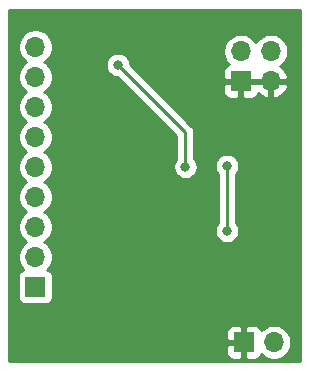
<source format=gbr>
%TF.GenerationSoftware,KiCad,Pcbnew,(5.1.6)-1*%
%TF.CreationDate,2020-09-22T22:17:54+03:00*%
%TF.ProjectId,Tape devboard,54617065-2064-4657-9662-6f6172642e6b,rev?*%
%TF.SameCoordinates,Original*%
%TF.FileFunction,Copper,L2,Bot*%
%TF.FilePolarity,Positive*%
%FSLAX46Y46*%
G04 Gerber Fmt 4.6, Leading zero omitted, Abs format (unit mm)*
G04 Created by KiCad (PCBNEW (5.1.6)-1) date 2020-09-22 22:17:54*
%MOMM*%
%LPD*%
G01*
G04 APERTURE LIST*
%TA.AperFunction,ComponentPad*%
%ADD10O,1.700000X1.700000*%
%TD*%
%TA.AperFunction,ComponentPad*%
%ADD11R,1.700000X1.700000*%
%TD*%
%TA.AperFunction,ViaPad*%
%ADD12C,0.800000*%
%TD*%
%TA.AperFunction,Conductor*%
%ADD13C,0.250000*%
%TD*%
%TA.AperFunction,Conductor*%
%ADD14C,0.254000*%
%TD*%
G04 APERTURE END LIST*
D10*
%TO.P,J3,4*%
%TO.N,+5V*%
X140843000Y-73152000D03*
%TO.P,J3,3*%
%TO.N,GND*%
X140843000Y-75692000D03*
%TO.P,J3,2*%
%TO.N,+5V*%
X138303000Y-73152000D03*
D11*
%TO.P,J3,1*%
%TO.N,GND*%
X138303000Y-75692000D03*
%TD*%
D10*
%TO.P,J2,9*%
%TO.N,/FE_RD_ENABLED*%
X120904000Y-72771000D03*
%TO.P,J2,8*%
%TO.N,/D0*%
X120904000Y-75311000D03*
%TO.P,J2,7*%
%TO.N,/D1*%
X120904000Y-77851000D03*
%TO.P,J2,6*%
%TO.N,/D2*%
X120904000Y-80391000D03*
%TO.P,J2,5*%
%TO.N,/D3*%
X120904000Y-82931000D03*
%TO.P,J2,4*%
%TO.N,/D4*%
X120904000Y-85471000D03*
%TO.P,J2,3*%
%TO.N,/D5*%
X120904000Y-88011000D03*
%TO.P,J2,2*%
%TO.N,/D6*%
X120904000Y-90551000D03*
D11*
%TO.P,J2,1*%
%TO.N,/D7*%
X120904000Y-93091000D03*
%TD*%
D10*
%TO.P,J1,2*%
%TO.N,/TAPE_IN*%
X141097000Y-97790000D03*
D11*
%TO.P,J1,1*%
%TO.N,GND*%
X138557000Y-97790000D03*
%TD*%
D12*
%TO.N,GND*%
X139687300Y-85458300D03*
X125006100Y-79095600D03*
%TO.N,+5V*%
X137127999Y-82848199D03*
X137127999Y-88359999D03*
%TO.N,/TAPE_IN_DIGIT*%
X133604000Y-82931000D03*
X127889000Y-74295000D03*
%TD*%
D13*
%TO.N,+5V*%
X137127999Y-82848199D02*
X137127999Y-88359999D01*
X137127999Y-88359999D02*
X137127999Y-88359999D01*
%TO.N,/TAPE_IN_DIGIT*%
X133604000Y-82931000D02*
X133604000Y-80010000D01*
X133604000Y-80010000D02*
X127889000Y-74295000D01*
X127889000Y-74295000D02*
X127889000Y-74295000D01*
%TD*%
D14*
%TO.N,GND*%
G36*
X143340001Y-99340000D02*
G01*
X118660000Y-99340000D01*
X118660000Y-98640000D01*
X137068928Y-98640000D01*
X137081188Y-98764482D01*
X137117498Y-98884180D01*
X137176463Y-98994494D01*
X137255815Y-99091185D01*
X137352506Y-99170537D01*
X137462820Y-99229502D01*
X137582518Y-99265812D01*
X137707000Y-99278072D01*
X138271250Y-99275000D01*
X138430000Y-99116250D01*
X138430000Y-97917000D01*
X137230750Y-97917000D01*
X137072000Y-98075750D01*
X137068928Y-98640000D01*
X118660000Y-98640000D01*
X118660000Y-96940000D01*
X137068928Y-96940000D01*
X137072000Y-97504250D01*
X137230750Y-97663000D01*
X138430000Y-97663000D01*
X138430000Y-96463750D01*
X138684000Y-96463750D01*
X138684000Y-97663000D01*
X138704000Y-97663000D01*
X138704000Y-97917000D01*
X138684000Y-97917000D01*
X138684000Y-99116250D01*
X138842750Y-99275000D01*
X139407000Y-99278072D01*
X139531482Y-99265812D01*
X139651180Y-99229502D01*
X139761494Y-99170537D01*
X139858185Y-99091185D01*
X139937537Y-98994494D01*
X139996502Y-98884180D01*
X140018513Y-98811620D01*
X140150368Y-98943475D01*
X140393589Y-99105990D01*
X140663842Y-99217932D01*
X140950740Y-99275000D01*
X141243260Y-99275000D01*
X141530158Y-99217932D01*
X141800411Y-99105990D01*
X142043632Y-98943475D01*
X142250475Y-98736632D01*
X142412990Y-98493411D01*
X142524932Y-98223158D01*
X142582000Y-97936260D01*
X142582000Y-97643740D01*
X142524932Y-97356842D01*
X142412990Y-97086589D01*
X142250475Y-96843368D01*
X142043632Y-96636525D01*
X141800411Y-96474010D01*
X141530158Y-96362068D01*
X141243260Y-96305000D01*
X140950740Y-96305000D01*
X140663842Y-96362068D01*
X140393589Y-96474010D01*
X140150368Y-96636525D01*
X140018513Y-96768380D01*
X139996502Y-96695820D01*
X139937537Y-96585506D01*
X139858185Y-96488815D01*
X139761494Y-96409463D01*
X139651180Y-96350498D01*
X139531482Y-96314188D01*
X139407000Y-96301928D01*
X138842750Y-96305000D01*
X138684000Y-96463750D01*
X138430000Y-96463750D01*
X138271250Y-96305000D01*
X137707000Y-96301928D01*
X137582518Y-96314188D01*
X137462820Y-96350498D01*
X137352506Y-96409463D01*
X137255815Y-96488815D01*
X137176463Y-96585506D01*
X137117498Y-96695820D01*
X137081188Y-96815518D01*
X137068928Y-96940000D01*
X118660000Y-96940000D01*
X118660000Y-92241000D01*
X119415928Y-92241000D01*
X119415928Y-93941000D01*
X119428188Y-94065482D01*
X119464498Y-94185180D01*
X119523463Y-94295494D01*
X119602815Y-94392185D01*
X119699506Y-94471537D01*
X119809820Y-94530502D01*
X119929518Y-94566812D01*
X120054000Y-94579072D01*
X121754000Y-94579072D01*
X121878482Y-94566812D01*
X121998180Y-94530502D01*
X122108494Y-94471537D01*
X122205185Y-94392185D01*
X122284537Y-94295494D01*
X122343502Y-94185180D01*
X122379812Y-94065482D01*
X122392072Y-93941000D01*
X122392072Y-92241000D01*
X122379812Y-92116518D01*
X122343502Y-91996820D01*
X122284537Y-91886506D01*
X122205185Y-91789815D01*
X122108494Y-91710463D01*
X121998180Y-91651498D01*
X121925620Y-91629487D01*
X122057475Y-91497632D01*
X122219990Y-91254411D01*
X122331932Y-90984158D01*
X122389000Y-90697260D01*
X122389000Y-90404740D01*
X122331932Y-90117842D01*
X122219990Y-89847589D01*
X122057475Y-89604368D01*
X121850632Y-89397525D01*
X121676240Y-89281000D01*
X121850632Y-89164475D01*
X122057475Y-88957632D01*
X122219990Y-88714411D01*
X122331932Y-88444158D01*
X122389000Y-88157260D01*
X122389000Y-87864740D01*
X122331932Y-87577842D01*
X122219990Y-87307589D01*
X122057475Y-87064368D01*
X121850632Y-86857525D01*
X121676240Y-86741000D01*
X121850632Y-86624475D01*
X122057475Y-86417632D01*
X122219990Y-86174411D01*
X122331932Y-85904158D01*
X122389000Y-85617260D01*
X122389000Y-85324740D01*
X122331932Y-85037842D01*
X122219990Y-84767589D01*
X122057475Y-84524368D01*
X121850632Y-84317525D01*
X121676240Y-84201000D01*
X121850632Y-84084475D01*
X122057475Y-83877632D01*
X122219990Y-83634411D01*
X122331932Y-83364158D01*
X122389000Y-83077260D01*
X122389000Y-82784740D01*
X122331932Y-82497842D01*
X122219990Y-82227589D01*
X122057475Y-81984368D01*
X121850632Y-81777525D01*
X121676240Y-81661000D01*
X121850632Y-81544475D01*
X122057475Y-81337632D01*
X122219990Y-81094411D01*
X122331932Y-80824158D01*
X122389000Y-80537260D01*
X122389000Y-80244740D01*
X122331932Y-79957842D01*
X122219990Y-79687589D01*
X122057475Y-79444368D01*
X121850632Y-79237525D01*
X121676240Y-79121000D01*
X121850632Y-79004475D01*
X122057475Y-78797632D01*
X122219990Y-78554411D01*
X122331932Y-78284158D01*
X122389000Y-77997260D01*
X122389000Y-77704740D01*
X122331932Y-77417842D01*
X122219990Y-77147589D01*
X122057475Y-76904368D01*
X121850632Y-76697525D01*
X121676240Y-76581000D01*
X121850632Y-76464475D01*
X122057475Y-76257632D01*
X122219990Y-76014411D01*
X122331932Y-75744158D01*
X122389000Y-75457260D01*
X122389000Y-75164740D01*
X122331932Y-74877842D01*
X122219990Y-74607589D01*
X122057475Y-74364368D01*
X121886168Y-74193061D01*
X126854000Y-74193061D01*
X126854000Y-74396939D01*
X126893774Y-74596898D01*
X126971795Y-74785256D01*
X127085063Y-74954774D01*
X127229226Y-75098937D01*
X127398744Y-75212205D01*
X127587102Y-75290226D01*
X127787061Y-75330000D01*
X127849199Y-75330000D01*
X132844001Y-80324803D01*
X132844000Y-82227289D01*
X132800063Y-82271226D01*
X132686795Y-82440744D01*
X132608774Y-82629102D01*
X132569000Y-82829061D01*
X132569000Y-83032939D01*
X132608774Y-83232898D01*
X132686795Y-83421256D01*
X132800063Y-83590774D01*
X132944226Y-83734937D01*
X133113744Y-83848205D01*
X133302102Y-83926226D01*
X133502061Y-83966000D01*
X133705939Y-83966000D01*
X133905898Y-83926226D01*
X134094256Y-83848205D01*
X134263774Y-83734937D01*
X134407937Y-83590774D01*
X134521205Y-83421256D01*
X134599226Y-83232898D01*
X134639000Y-83032939D01*
X134639000Y-82829061D01*
X134622530Y-82746260D01*
X136092999Y-82746260D01*
X136092999Y-82950138D01*
X136132773Y-83150097D01*
X136210794Y-83338455D01*
X136324062Y-83507973D01*
X136367999Y-83551910D01*
X136368000Y-87656287D01*
X136324062Y-87700225D01*
X136210794Y-87869743D01*
X136132773Y-88058101D01*
X136092999Y-88258060D01*
X136092999Y-88461938D01*
X136132773Y-88661897D01*
X136210794Y-88850255D01*
X136324062Y-89019773D01*
X136468225Y-89163936D01*
X136637743Y-89277204D01*
X136826101Y-89355225D01*
X137026060Y-89394999D01*
X137229938Y-89394999D01*
X137429897Y-89355225D01*
X137618255Y-89277204D01*
X137787773Y-89163936D01*
X137931936Y-89019773D01*
X138045204Y-88850255D01*
X138123225Y-88661897D01*
X138162999Y-88461938D01*
X138162999Y-88258060D01*
X138123225Y-88058101D01*
X138045204Y-87869743D01*
X137931936Y-87700225D01*
X137887999Y-87656288D01*
X137887999Y-83551910D01*
X137931936Y-83507973D01*
X138045204Y-83338455D01*
X138123225Y-83150097D01*
X138162999Y-82950138D01*
X138162999Y-82746260D01*
X138123225Y-82546301D01*
X138045204Y-82357943D01*
X137931936Y-82188425D01*
X137787773Y-82044262D01*
X137618255Y-81930994D01*
X137429897Y-81852973D01*
X137229938Y-81813199D01*
X137026060Y-81813199D01*
X136826101Y-81852973D01*
X136637743Y-81930994D01*
X136468225Y-82044262D01*
X136324062Y-82188425D01*
X136210794Y-82357943D01*
X136132773Y-82546301D01*
X136092999Y-82746260D01*
X134622530Y-82746260D01*
X134599226Y-82629102D01*
X134521205Y-82440744D01*
X134407937Y-82271226D01*
X134364000Y-82227289D01*
X134364000Y-80047333D01*
X134367677Y-80010000D01*
X134353003Y-79861014D01*
X134309546Y-79717753D01*
X134238974Y-79585724D01*
X134167799Y-79498997D01*
X134144001Y-79469999D01*
X134115003Y-79446201D01*
X131210802Y-76542000D01*
X136814928Y-76542000D01*
X136827188Y-76666482D01*
X136863498Y-76786180D01*
X136922463Y-76896494D01*
X137001815Y-76993185D01*
X137098506Y-77072537D01*
X137208820Y-77131502D01*
X137328518Y-77167812D01*
X137453000Y-77180072D01*
X138017250Y-77177000D01*
X138176000Y-77018250D01*
X138176000Y-75819000D01*
X138430000Y-75819000D01*
X138430000Y-77018250D01*
X138588750Y-77177000D01*
X139153000Y-77180072D01*
X139277482Y-77167812D01*
X139397180Y-77131502D01*
X139507494Y-77072537D01*
X139604185Y-76993185D01*
X139683537Y-76896494D01*
X139742502Y-76786180D01*
X139766966Y-76705534D01*
X139842731Y-76789588D01*
X140076080Y-76963641D01*
X140338901Y-77088825D01*
X140486110Y-77133476D01*
X140716000Y-77012155D01*
X140716000Y-75819000D01*
X140970000Y-75819000D01*
X140970000Y-77012155D01*
X141199890Y-77133476D01*
X141347099Y-77088825D01*
X141609920Y-76963641D01*
X141843269Y-76789588D01*
X142038178Y-76573355D01*
X142187157Y-76323252D01*
X142284481Y-76048891D01*
X142163814Y-75819000D01*
X140970000Y-75819000D01*
X140716000Y-75819000D01*
X138430000Y-75819000D01*
X138176000Y-75819000D01*
X136976750Y-75819000D01*
X136818000Y-75977750D01*
X136814928Y-76542000D01*
X131210802Y-76542000D01*
X129510802Y-74842000D01*
X136814928Y-74842000D01*
X136818000Y-75406250D01*
X136976750Y-75565000D01*
X138176000Y-75565000D01*
X138176000Y-75545000D01*
X138430000Y-75545000D01*
X138430000Y-75565000D01*
X140716000Y-75565000D01*
X140716000Y-75545000D01*
X140970000Y-75545000D01*
X140970000Y-75565000D01*
X142163814Y-75565000D01*
X142284481Y-75335109D01*
X142187157Y-75060748D01*
X142038178Y-74810645D01*
X141843269Y-74594412D01*
X141613594Y-74423100D01*
X141789632Y-74305475D01*
X141996475Y-74098632D01*
X142158990Y-73855411D01*
X142270932Y-73585158D01*
X142328000Y-73298260D01*
X142328000Y-73005740D01*
X142270932Y-72718842D01*
X142158990Y-72448589D01*
X141996475Y-72205368D01*
X141789632Y-71998525D01*
X141546411Y-71836010D01*
X141276158Y-71724068D01*
X140989260Y-71667000D01*
X140696740Y-71667000D01*
X140409842Y-71724068D01*
X140139589Y-71836010D01*
X139896368Y-71998525D01*
X139689525Y-72205368D01*
X139573000Y-72379760D01*
X139456475Y-72205368D01*
X139249632Y-71998525D01*
X139006411Y-71836010D01*
X138736158Y-71724068D01*
X138449260Y-71667000D01*
X138156740Y-71667000D01*
X137869842Y-71724068D01*
X137599589Y-71836010D01*
X137356368Y-71998525D01*
X137149525Y-72205368D01*
X136987010Y-72448589D01*
X136875068Y-72718842D01*
X136818000Y-73005740D01*
X136818000Y-73298260D01*
X136875068Y-73585158D01*
X136987010Y-73855411D01*
X137149525Y-74098632D01*
X137281380Y-74230487D01*
X137208820Y-74252498D01*
X137098506Y-74311463D01*
X137001815Y-74390815D01*
X136922463Y-74487506D01*
X136863498Y-74597820D01*
X136827188Y-74717518D01*
X136814928Y-74842000D01*
X129510802Y-74842000D01*
X128924000Y-74255199D01*
X128924000Y-74193061D01*
X128884226Y-73993102D01*
X128806205Y-73804744D01*
X128692937Y-73635226D01*
X128548774Y-73491063D01*
X128379256Y-73377795D01*
X128190898Y-73299774D01*
X127990939Y-73260000D01*
X127787061Y-73260000D01*
X127587102Y-73299774D01*
X127398744Y-73377795D01*
X127229226Y-73491063D01*
X127085063Y-73635226D01*
X126971795Y-73804744D01*
X126893774Y-73993102D01*
X126854000Y-74193061D01*
X121886168Y-74193061D01*
X121850632Y-74157525D01*
X121676240Y-74041000D01*
X121850632Y-73924475D01*
X122057475Y-73717632D01*
X122219990Y-73474411D01*
X122331932Y-73204158D01*
X122389000Y-72917260D01*
X122389000Y-72624740D01*
X122331932Y-72337842D01*
X122219990Y-72067589D01*
X122057475Y-71824368D01*
X121850632Y-71617525D01*
X121607411Y-71455010D01*
X121337158Y-71343068D01*
X121050260Y-71286000D01*
X120757740Y-71286000D01*
X120470842Y-71343068D01*
X120200589Y-71455010D01*
X119957368Y-71617525D01*
X119750525Y-71824368D01*
X119588010Y-72067589D01*
X119476068Y-72337842D01*
X119419000Y-72624740D01*
X119419000Y-72917260D01*
X119476068Y-73204158D01*
X119588010Y-73474411D01*
X119750525Y-73717632D01*
X119957368Y-73924475D01*
X120131760Y-74041000D01*
X119957368Y-74157525D01*
X119750525Y-74364368D01*
X119588010Y-74607589D01*
X119476068Y-74877842D01*
X119419000Y-75164740D01*
X119419000Y-75457260D01*
X119476068Y-75744158D01*
X119588010Y-76014411D01*
X119750525Y-76257632D01*
X119957368Y-76464475D01*
X120131760Y-76581000D01*
X119957368Y-76697525D01*
X119750525Y-76904368D01*
X119588010Y-77147589D01*
X119476068Y-77417842D01*
X119419000Y-77704740D01*
X119419000Y-77997260D01*
X119476068Y-78284158D01*
X119588010Y-78554411D01*
X119750525Y-78797632D01*
X119957368Y-79004475D01*
X120131760Y-79121000D01*
X119957368Y-79237525D01*
X119750525Y-79444368D01*
X119588010Y-79687589D01*
X119476068Y-79957842D01*
X119419000Y-80244740D01*
X119419000Y-80537260D01*
X119476068Y-80824158D01*
X119588010Y-81094411D01*
X119750525Y-81337632D01*
X119957368Y-81544475D01*
X120131760Y-81661000D01*
X119957368Y-81777525D01*
X119750525Y-81984368D01*
X119588010Y-82227589D01*
X119476068Y-82497842D01*
X119419000Y-82784740D01*
X119419000Y-83077260D01*
X119476068Y-83364158D01*
X119588010Y-83634411D01*
X119750525Y-83877632D01*
X119957368Y-84084475D01*
X120131760Y-84201000D01*
X119957368Y-84317525D01*
X119750525Y-84524368D01*
X119588010Y-84767589D01*
X119476068Y-85037842D01*
X119419000Y-85324740D01*
X119419000Y-85617260D01*
X119476068Y-85904158D01*
X119588010Y-86174411D01*
X119750525Y-86417632D01*
X119957368Y-86624475D01*
X120131760Y-86741000D01*
X119957368Y-86857525D01*
X119750525Y-87064368D01*
X119588010Y-87307589D01*
X119476068Y-87577842D01*
X119419000Y-87864740D01*
X119419000Y-88157260D01*
X119476068Y-88444158D01*
X119588010Y-88714411D01*
X119750525Y-88957632D01*
X119957368Y-89164475D01*
X120131760Y-89281000D01*
X119957368Y-89397525D01*
X119750525Y-89604368D01*
X119588010Y-89847589D01*
X119476068Y-90117842D01*
X119419000Y-90404740D01*
X119419000Y-90697260D01*
X119476068Y-90984158D01*
X119588010Y-91254411D01*
X119750525Y-91497632D01*
X119882380Y-91629487D01*
X119809820Y-91651498D01*
X119699506Y-91710463D01*
X119602815Y-91789815D01*
X119523463Y-91886506D01*
X119464498Y-91996820D01*
X119428188Y-92116518D01*
X119415928Y-92241000D01*
X118660000Y-92241000D01*
X118660000Y-69660000D01*
X143340000Y-69660000D01*
X143340001Y-99340000D01*
G37*
X143340001Y-99340000D02*
X118660000Y-99340000D01*
X118660000Y-98640000D01*
X137068928Y-98640000D01*
X137081188Y-98764482D01*
X137117498Y-98884180D01*
X137176463Y-98994494D01*
X137255815Y-99091185D01*
X137352506Y-99170537D01*
X137462820Y-99229502D01*
X137582518Y-99265812D01*
X137707000Y-99278072D01*
X138271250Y-99275000D01*
X138430000Y-99116250D01*
X138430000Y-97917000D01*
X137230750Y-97917000D01*
X137072000Y-98075750D01*
X137068928Y-98640000D01*
X118660000Y-98640000D01*
X118660000Y-96940000D01*
X137068928Y-96940000D01*
X137072000Y-97504250D01*
X137230750Y-97663000D01*
X138430000Y-97663000D01*
X138430000Y-96463750D01*
X138684000Y-96463750D01*
X138684000Y-97663000D01*
X138704000Y-97663000D01*
X138704000Y-97917000D01*
X138684000Y-97917000D01*
X138684000Y-99116250D01*
X138842750Y-99275000D01*
X139407000Y-99278072D01*
X139531482Y-99265812D01*
X139651180Y-99229502D01*
X139761494Y-99170537D01*
X139858185Y-99091185D01*
X139937537Y-98994494D01*
X139996502Y-98884180D01*
X140018513Y-98811620D01*
X140150368Y-98943475D01*
X140393589Y-99105990D01*
X140663842Y-99217932D01*
X140950740Y-99275000D01*
X141243260Y-99275000D01*
X141530158Y-99217932D01*
X141800411Y-99105990D01*
X142043632Y-98943475D01*
X142250475Y-98736632D01*
X142412990Y-98493411D01*
X142524932Y-98223158D01*
X142582000Y-97936260D01*
X142582000Y-97643740D01*
X142524932Y-97356842D01*
X142412990Y-97086589D01*
X142250475Y-96843368D01*
X142043632Y-96636525D01*
X141800411Y-96474010D01*
X141530158Y-96362068D01*
X141243260Y-96305000D01*
X140950740Y-96305000D01*
X140663842Y-96362068D01*
X140393589Y-96474010D01*
X140150368Y-96636525D01*
X140018513Y-96768380D01*
X139996502Y-96695820D01*
X139937537Y-96585506D01*
X139858185Y-96488815D01*
X139761494Y-96409463D01*
X139651180Y-96350498D01*
X139531482Y-96314188D01*
X139407000Y-96301928D01*
X138842750Y-96305000D01*
X138684000Y-96463750D01*
X138430000Y-96463750D01*
X138271250Y-96305000D01*
X137707000Y-96301928D01*
X137582518Y-96314188D01*
X137462820Y-96350498D01*
X137352506Y-96409463D01*
X137255815Y-96488815D01*
X137176463Y-96585506D01*
X137117498Y-96695820D01*
X137081188Y-96815518D01*
X137068928Y-96940000D01*
X118660000Y-96940000D01*
X118660000Y-92241000D01*
X119415928Y-92241000D01*
X119415928Y-93941000D01*
X119428188Y-94065482D01*
X119464498Y-94185180D01*
X119523463Y-94295494D01*
X119602815Y-94392185D01*
X119699506Y-94471537D01*
X119809820Y-94530502D01*
X119929518Y-94566812D01*
X120054000Y-94579072D01*
X121754000Y-94579072D01*
X121878482Y-94566812D01*
X121998180Y-94530502D01*
X122108494Y-94471537D01*
X122205185Y-94392185D01*
X122284537Y-94295494D01*
X122343502Y-94185180D01*
X122379812Y-94065482D01*
X122392072Y-93941000D01*
X122392072Y-92241000D01*
X122379812Y-92116518D01*
X122343502Y-91996820D01*
X122284537Y-91886506D01*
X122205185Y-91789815D01*
X122108494Y-91710463D01*
X121998180Y-91651498D01*
X121925620Y-91629487D01*
X122057475Y-91497632D01*
X122219990Y-91254411D01*
X122331932Y-90984158D01*
X122389000Y-90697260D01*
X122389000Y-90404740D01*
X122331932Y-90117842D01*
X122219990Y-89847589D01*
X122057475Y-89604368D01*
X121850632Y-89397525D01*
X121676240Y-89281000D01*
X121850632Y-89164475D01*
X122057475Y-88957632D01*
X122219990Y-88714411D01*
X122331932Y-88444158D01*
X122389000Y-88157260D01*
X122389000Y-87864740D01*
X122331932Y-87577842D01*
X122219990Y-87307589D01*
X122057475Y-87064368D01*
X121850632Y-86857525D01*
X121676240Y-86741000D01*
X121850632Y-86624475D01*
X122057475Y-86417632D01*
X122219990Y-86174411D01*
X122331932Y-85904158D01*
X122389000Y-85617260D01*
X122389000Y-85324740D01*
X122331932Y-85037842D01*
X122219990Y-84767589D01*
X122057475Y-84524368D01*
X121850632Y-84317525D01*
X121676240Y-84201000D01*
X121850632Y-84084475D01*
X122057475Y-83877632D01*
X122219990Y-83634411D01*
X122331932Y-83364158D01*
X122389000Y-83077260D01*
X122389000Y-82784740D01*
X122331932Y-82497842D01*
X122219990Y-82227589D01*
X122057475Y-81984368D01*
X121850632Y-81777525D01*
X121676240Y-81661000D01*
X121850632Y-81544475D01*
X122057475Y-81337632D01*
X122219990Y-81094411D01*
X122331932Y-80824158D01*
X122389000Y-80537260D01*
X122389000Y-80244740D01*
X122331932Y-79957842D01*
X122219990Y-79687589D01*
X122057475Y-79444368D01*
X121850632Y-79237525D01*
X121676240Y-79121000D01*
X121850632Y-79004475D01*
X122057475Y-78797632D01*
X122219990Y-78554411D01*
X122331932Y-78284158D01*
X122389000Y-77997260D01*
X122389000Y-77704740D01*
X122331932Y-77417842D01*
X122219990Y-77147589D01*
X122057475Y-76904368D01*
X121850632Y-76697525D01*
X121676240Y-76581000D01*
X121850632Y-76464475D01*
X122057475Y-76257632D01*
X122219990Y-76014411D01*
X122331932Y-75744158D01*
X122389000Y-75457260D01*
X122389000Y-75164740D01*
X122331932Y-74877842D01*
X122219990Y-74607589D01*
X122057475Y-74364368D01*
X121886168Y-74193061D01*
X126854000Y-74193061D01*
X126854000Y-74396939D01*
X126893774Y-74596898D01*
X126971795Y-74785256D01*
X127085063Y-74954774D01*
X127229226Y-75098937D01*
X127398744Y-75212205D01*
X127587102Y-75290226D01*
X127787061Y-75330000D01*
X127849199Y-75330000D01*
X132844001Y-80324803D01*
X132844000Y-82227289D01*
X132800063Y-82271226D01*
X132686795Y-82440744D01*
X132608774Y-82629102D01*
X132569000Y-82829061D01*
X132569000Y-83032939D01*
X132608774Y-83232898D01*
X132686795Y-83421256D01*
X132800063Y-83590774D01*
X132944226Y-83734937D01*
X133113744Y-83848205D01*
X133302102Y-83926226D01*
X133502061Y-83966000D01*
X133705939Y-83966000D01*
X133905898Y-83926226D01*
X134094256Y-83848205D01*
X134263774Y-83734937D01*
X134407937Y-83590774D01*
X134521205Y-83421256D01*
X134599226Y-83232898D01*
X134639000Y-83032939D01*
X134639000Y-82829061D01*
X134622530Y-82746260D01*
X136092999Y-82746260D01*
X136092999Y-82950138D01*
X136132773Y-83150097D01*
X136210794Y-83338455D01*
X136324062Y-83507973D01*
X136367999Y-83551910D01*
X136368000Y-87656287D01*
X136324062Y-87700225D01*
X136210794Y-87869743D01*
X136132773Y-88058101D01*
X136092999Y-88258060D01*
X136092999Y-88461938D01*
X136132773Y-88661897D01*
X136210794Y-88850255D01*
X136324062Y-89019773D01*
X136468225Y-89163936D01*
X136637743Y-89277204D01*
X136826101Y-89355225D01*
X137026060Y-89394999D01*
X137229938Y-89394999D01*
X137429897Y-89355225D01*
X137618255Y-89277204D01*
X137787773Y-89163936D01*
X137931936Y-89019773D01*
X138045204Y-88850255D01*
X138123225Y-88661897D01*
X138162999Y-88461938D01*
X138162999Y-88258060D01*
X138123225Y-88058101D01*
X138045204Y-87869743D01*
X137931936Y-87700225D01*
X137887999Y-87656288D01*
X137887999Y-83551910D01*
X137931936Y-83507973D01*
X138045204Y-83338455D01*
X138123225Y-83150097D01*
X138162999Y-82950138D01*
X138162999Y-82746260D01*
X138123225Y-82546301D01*
X138045204Y-82357943D01*
X137931936Y-82188425D01*
X137787773Y-82044262D01*
X137618255Y-81930994D01*
X137429897Y-81852973D01*
X137229938Y-81813199D01*
X137026060Y-81813199D01*
X136826101Y-81852973D01*
X136637743Y-81930994D01*
X136468225Y-82044262D01*
X136324062Y-82188425D01*
X136210794Y-82357943D01*
X136132773Y-82546301D01*
X136092999Y-82746260D01*
X134622530Y-82746260D01*
X134599226Y-82629102D01*
X134521205Y-82440744D01*
X134407937Y-82271226D01*
X134364000Y-82227289D01*
X134364000Y-80047333D01*
X134367677Y-80010000D01*
X134353003Y-79861014D01*
X134309546Y-79717753D01*
X134238974Y-79585724D01*
X134167799Y-79498997D01*
X134144001Y-79469999D01*
X134115003Y-79446201D01*
X131210802Y-76542000D01*
X136814928Y-76542000D01*
X136827188Y-76666482D01*
X136863498Y-76786180D01*
X136922463Y-76896494D01*
X137001815Y-76993185D01*
X137098506Y-77072537D01*
X137208820Y-77131502D01*
X137328518Y-77167812D01*
X137453000Y-77180072D01*
X138017250Y-77177000D01*
X138176000Y-77018250D01*
X138176000Y-75819000D01*
X138430000Y-75819000D01*
X138430000Y-77018250D01*
X138588750Y-77177000D01*
X139153000Y-77180072D01*
X139277482Y-77167812D01*
X139397180Y-77131502D01*
X139507494Y-77072537D01*
X139604185Y-76993185D01*
X139683537Y-76896494D01*
X139742502Y-76786180D01*
X139766966Y-76705534D01*
X139842731Y-76789588D01*
X140076080Y-76963641D01*
X140338901Y-77088825D01*
X140486110Y-77133476D01*
X140716000Y-77012155D01*
X140716000Y-75819000D01*
X140970000Y-75819000D01*
X140970000Y-77012155D01*
X141199890Y-77133476D01*
X141347099Y-77088825D01*
X141609920Y-76963641D01*
X141843269Y-76789588D01*
X142038178Y-76573355D01*
X142187157Y-76323252D01*
X142284481Y-76048891D01*
X142163814Y-75819000D01*
X140970000Y-75819000D01*
X140716000Y-75819000D01*
X138430000Y-75819000D01*
X138176000Y-75819000D01*
X136976750Y-75819000D01*
X136818000Y-75977750D01*
X136814928Y-76542000D01*
X131210802Y-76542000D01*
X129510802Y-74842000D01*
X136814928Y-74842000D01*
X136818000Y-75406250D01*
X136976750Y-75565000D01*
X138176000Y-75565000D01*
X138176000Y-75545000D01*
X138430000Y-75545000D01*
X138430000Y-75565000D01*
X140716000Y-75565000D01*
X140716000Y-75545000D01*
X140970000Y-75545000D01*
X140970000Y-75565000D01*
X142163814Y-75565000D01*
X142284481Y-75335109D01*
X142187157Y-75060748D01*
X142038178Y-74810645D01*
X141843269Y-74594412D01*
X141613594Y-74423100D01*
X141789632Y-74305475D01*
X141996475Y-74098632D01*
X142158990Y-73855411D01*
X142270932Y-73585158D01*
X142328000Y-73298260D01*
X142328000Y-73005740D01*
X142270932Y-72718842D01*
X142158990Y-72448589D01*
X141996475Y-72205368D01*
X141789632Y-71998525D01*
X141546411Y-71836010D01*
X141276158Y-71724068D01*
X140989260Y-71667000D01*
X140696740Y-71667000D01*
X140409842Y-71724068D01*
X140139589Y-71836010D01*
X139896368Y-71998525D01*
X139689525Y-72205368D01*
X139573000Y-72379760D01*
X139456475Y-72205368D01*
X139249632Y-71998525D01*
X139006411Y-71836010D01*
X138736158Y-71724068D01*
X138449260Y-71667000D01*
X138156740Y-71667000D01*
X137869842Y-71724068D01*
X137599589Y-71836010D01*
X137356368Y-71998525D01*
X137149525Y-72205368D01*
X136987010Y-72448589D01*
X136875068Y-72718842D01*
X136818000Y-73005740D01*
X136818000Y-73298260D01*
X136875068Y-73585158D01*
X136987010Y-73855411D01*
X137149525Y-74098632D01*
X137281380Y-74230487D01*
X137208820Y-74252498D01*
X137098506Y-74311463D01*
X137001815Y-74390815D01*
X136922463Y-74487506D01*
X136863498Y-74597820D01*
X136827188Y-74717518D01*
X136814928Y-74842000D01*
X129510802Y-74842000D01*
X128924000Y-74255199D01*
X128924000Y-74193061D01*
X128884226Y-73993102D01*
X128806205Y-73804744D01*
X128692937Y-73635226D01*
X128548774Y-73491063D01*
X128379256Y-73377795D01*
X128190898Y-73299774D01*
X127990939Y-73260000D01*
X127787061Y-73260000D01*
X127587102Y-73299774D01*
X127398744Y-73377795D01*
X127229226Y-73491063D01*
X127085063Y-73635226D01*
X126971795Y-73804744D01*
X126893774Y-73993102D01*
X126854000Y-74193061D01*
X121886168Y-74193061D01*
X121850632Y-74157525D01*
X121676240Y-74041000D01*
X121850632Y-73924475D01*
X122057475Y-73717632D01*
X122219990Y-73474411D01*
X122331932Y-73204158D01*
X122389000Y-72917260D01*
X122389000Y-72624740D01*
X122331932Y-72337842D01*
X122219990Y-72067589D01*
X122057475Y-71824368D01*
X121850632Y-71617525D01*
X121607411Y-71455010D01*
X121337158Y-71343068D01*
X121050260Y-71286000D01*
X120757740Y-71286000D01*
X120470842Y-71343068D01*
X120200589Y-71455010D01*
X119957368Y-71617525D01*
X119750525Y-71824368D01*
X119588010Y-72067589D01*
X119476068Y-72337842D01*
X119419000Y-72624740D01*
X119419000Y-72917260D01*
X119476068Y-73204158D01*
X119588010Y-73474411D01*
X119750525Y-73717632D01*
X119957368Y-73924475D01*
X120131760Y-74041000D01*
X119957368Y-74157525D01*
X119750525Y-74364368D01*
X119588010Y-74607589D01*
X119476068Y-74877842D01*
X119419000Y-75164740D01*
X119419000Y-75457260D01*
X119476068Y-75744158D01*
X119588010Y-76014411D01*
X119750525Y-76257632D01*
X119957368Y-76464475D01*
X120131760Y-76581000D01*
X119957368Y-76697525D01*
X119750525Y-76904368D01*
X119588010Y-77147589D01*
X119476068Y-77417842D01*
X119419000Y-77704740D01*
X119419000Y-77997260D01*
X119476068Y-78284158D01*
X119588010Y-78554411D01*
X119750525Y-78797632D01*
X119957368Y-79004475D01*
X120131760Y-79121000D01*
X119957368Y-79237525D01*
X119750525Y-79444368D01*
X119588010Y-79687589D01*
X119476068Y-79957842D01*
X119419000Y-80244740D01*
X119419000Y-80537260D01*
X119476068Y-80824158D01*
X119588010Y-81094411D01*
X119750525Y-81337632D01*
X119957368Y-81544475D01*
X120131760Y-81661000D01*
X119957368Y-81777525D01*
X119750525Y-81984368D01*
X119588010Y-82227589D01*
X119476068Y-82497842D01*
X119419000Y-82784740D01*
X119419000Y-83077260D01*
X119476068Y-83364158D01*
X119588010Y-83634411D01*
X119750525Y-83877632D01*
X119957368Y-84084475D01*
X120131760Y-84201000D01*
X119957368Y-84317525D01*
X119750525Y-84524368D01*
X119588010Y-84767589D01*
X119476068Y-85037842D01*
X119419000Y-85324740D01*
X119419000Y-85617260D01*
X119476068Y-85904158D01*
X119588010Y-86174411D01*
X119750525Y-86417632D01*
X119957368Y-86624475D01*
X120131760Y-86741000D01*
X119957368Y-86857525D01*
X119750525Y-87064368D01*
X119588010Y-87307589D01*
X119476068Y-87577842D01*
X119419000Y-87864740D01*
X119419000Y-88157260D01*
X119476068Y-88444158D01*
X119588010Y-88714411D01*
X119750525Y-88957632D01*
X119957368Y-89164475D01*
X120131760Y-89281000D01*
X119957368Y-89397525D01*
X119750525Y-89604368D01*
X119588010Y-89847589D01*
X119476068Y-90117842D01*
X119419000Y-90404740D01*
X119419000Y-90697260D01*
X119476068Y-90984158D01*
X119588010Y-91254411D01*
X119750525Y-91497632D01*
X119882380Y-91629487D01*
X119809820Y-91651498D01*
X119699506Y-91710463D01*
X119602815Y-91789815D01*
X119523463Y-91886506D01*
X119464498Y-91996820D01*
X119428188Y-92116518D01*
X119415928Y-92241000D01*
X118660000Y-92241000D01*
X118660000Y-69660000D01*
X143340000Y-69660000D01*
X143340001Y-99340000D01*
%TD*%
M02*

</source>
